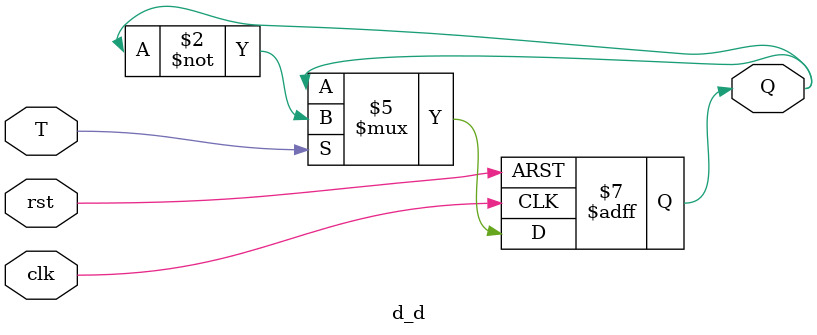
<source format=v>
module d_d ( 
    input  wire clk, rst, T, 
    output reg Q     
); 
 
  initial begin 
     Q<=1'b0; 
  end 
   
   
  always @(posedge clk or posedge rst) begin 
  
        if (rst) 
            Q <= 1'b0;       // Reset 
        else if (T) 
            Q <= ~Q;         // Toggle if T=1 
        else 
            Q <= Q;          // Hold if T=0 
    end 
endmodule
</source>
